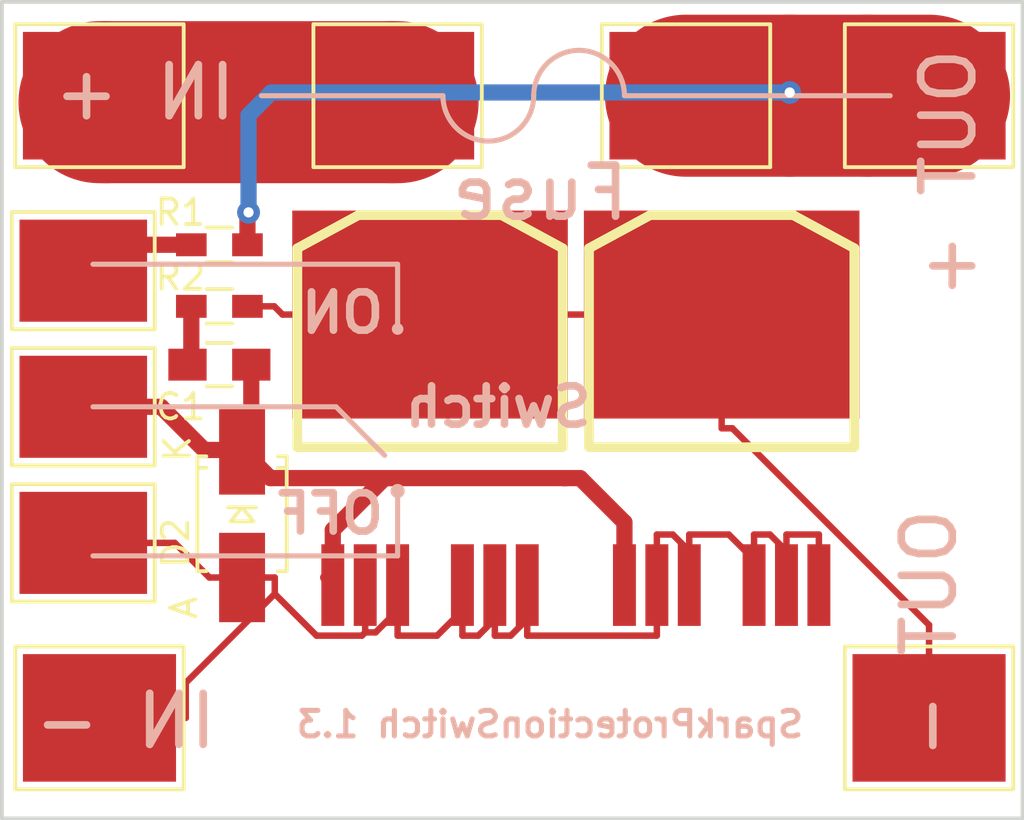
<source format=kicad_pcb>
(kicad_pcb (version 20171130) (host pcbnew "(5.1.12)-1")

  (general
    (thickness 1.6)
    (drawings 25)
    (tracks 104)
    (zones 0)
    (modules 15)
    (nets 8)
  )

  (page A4)
  (layers
    (0 F.Cu signal)
    (31 B.Cu signal)
    (32 B.Adhes user)
    (33 F.Adhes user)
    (34 B.Paste user)
    (35 F.Paste user)
    (36 B.SilkS user)
    (37 F.SilkS user)
    (38 B.Mask user)
    (39 F.Mask user)
    (40 Dwgs.User user)
    (41 Cmts.User user)
    (42 Eco1.User user)
    (43 Eco2.User user)
    (44 Edge.Cuts user)
  )

  (setup
    (last_trace_width 0.254)
    (user_trace_width 0.3048)
    (user_trace_width 0.4064)
    (user_trace_width 0.635)
    (user_trace_width 1.27)
    (user_trace_width 2.286)
    (user_trace_width 3.81)
    (user_trace_width 5.08)
    (user_trace_width 6.35)
    (trace_clearance 0.254)
    (zone_clearance 0.508)
    (zone_45_only no)
    (trace_min 0.254)
    (via_size 0.889)
    (via_drill 0.4)
    (via_min_size 0.889)
    (via_min_drill 0.4)
    (uvia_size 0.508)
    (uvia_drill 0.127)
    (uvias_allowed no)
    (uvia_min_size 0.508)
    (uvia_min_drill 0.127)
    (edge_width 0.15)
    (segment_width 0.2)
    (pcb_text_width 0.3)
    (pcb_text_size 1 1)
    (mod_edge_width 0.15)
    (mod_text_size 1 1)
    (mod_text_width 0.15)
    (pad_size 3.50012 1.80086)
    (pad_drill 0)
    (pad_to_mask_clearance 0)
    (aux_axis_origin 0 0)
    (visible_elements 7FFFFFFF)
    (pcbplotparams
      (layerselection 0x010f0_80000001)
      (usegerberextensions true)
      (usegerberattributes true)
      (usegerberadvancedattributes true)
      (creategerberjobfile true)
      (excludeedgelayer true)
      (linewidth 0.100000)
      (plotframeref false)
      (viasonmask false)
      (mode 1)
      (useauxorigin false)
      (hpglpennumber 1)
      (hpglpenspeed 20)
      (hpglpendiameter 15.000000)
      (psnegative false)
      (psa4output false)
      (plotreference true)
      (plotvalue false)
      (plotinvisibletext false)
      (padsonsilk false)
      (subtractmaskfromsilk true)
      (outputformat 1)
      (mirror false)
      (drillshape 0)
      (scaleselection 1)
      (outputdirectory "Gerber"))
  )

  (net 0 "")
  (net 1 "Net-(C1-Pad1)")
  (net 2 "Net-(C1-Pad2)")
  (net 3 "Net-(P1-Pad1)")
  (net 4 "Net-(P3-Pad1)")
  (net 5 "Net-(P5-Pad1)")
  (net 6 "Net-(P4-Pad1)")
  (net 7 "Net-(D2-Pad1)")

  (net_class Default "This is the default net class."
    (clearance 0.254)
    (trace_width 0.254)
    (via_dia 0.889)
    (via_drill 0.4)
    (uvia_dia 0.508)
    (uvia_drill 0.127)
    (add_net "Net-(C1-Pad1)")
    (add_net "Net-(C1-Pad2)")
    (add_net "Net-(D2-Pad1)")
    (add_net "Net-(P1-Pad1)")
    (add_net "Net-(P3-Pad1)")
    (add_net "Net-(P4-Pad1)")
    (add_net "Net-(P5-Pad1)")
  )

  (module Diodes_SMD:Diode-SMA_Handsoldering (layer F.Cu) (tedit 55D5AEF2) (tstamp 55BF524A)
    (at 121.412 91.059 270)
    (descr "Diode SMA Handsoldering")
    (tags "Diode SMA Handsoldering")
    (path /55A12D05)
    (attr smd)
    (fp_text reference D2 (at 1.143 2.6035 270) (layer F.SilkS)
      (effects (font (size 1 1) (thickness 0.15)))
    )
    (fp_text value ZENERsmall (at 0.05 4.4 270) (layer F.Fab) hide
      (effects (font (size 1 1) (thickness 0.15)))
    )
    (fp_line (start -2.25044 -1.75006) (end 2.25044 -1.75006) (layer F.SilkS) (width 0.15))
    (fp_line (start -2.25044 1.75006) (end 2.25044 1.75006) (layer F.SilkS) (width 0.15))
    (fp_line (start 2.25044 -1.75006) (end 2.25044 -1.39954) (layer F.SilkS) (width 0.15))
    (fp_line (start -2.25044 -1.75006) (end -2.25044 -1.39954) (layer F.SilkS) (width 0.15))
    (fp_line (start -2.25044 1.75006) (end -2.25044 1.39954) (layer F.SilkS) (width 0.15))
    (fp_line (start 2.25044 1.75006) (end 2.25044 1.39954) (layer F.SilkS) (width 0.15))
    (fp_line (start -1.79914 -1.75006) (end -1.79914 -1.39954) (layer F.SilkS) (width 0.15))
    (fp_line (start -1.79914 1.75006) (end -1.79914 1.39954) (layer F.SilkS) (width 0.15))
    (fp_line (start -0.25 -0.55) (end -0.25 0.55) (layer F.SilkS) (width 0.15))
    (fp_line (start 0.3 0.45) (end -0.25 0) (layer F.SilkS) (width 0.15))
    (fp_line (start 0.3 -0.45) (end 0.3 0.45) (layer F.SilkS) (width 0.15))
    (fp_line (start -0.25 0) (end 0.3 -0.45) (layer F.SilkS) (width 0.15))
    (fp_line (start -4.5 2) (end -4.5 -2) (layer F.CrtYd) (width 0.05))
    (fp_line (start 4.5 2) (end -4.5 2) (layer F.CrtYd) (width 0.05))
    (fp_line (start 4.5 -2) (end 4.5 2) (layer F.CrtYd) (width 0.05))
    (fp_line (start -4.5 -2) (end 4.5 -2) (layer F.CrtYd) (width 0.05))
    (fp_text user K (at -2.54 2.54 270) (layer F.SilkS)
      (effects (font (size 1 1) (thickness 0.15)))
    )
    (fp_text user A (at 3.683 2.286 270) (layer F.SilkS)
      (effects (font (size 1 1) (thickness 0.15)))
    )
    (pad 2 smd rect (at -2.49936 0 270) (size 3.50012 1.80086) (layers F.Cu F.Paste F.Mask)
      (net 2 "Net-(C1-Pad2)"))
    (pad 1 smd rect (at 2.49936 0 270) (size 3.50012 1.80086) (layers F.Cu F.Paste F.Mask)
      (net 7 "Net-(D2-Pad1)"))
    (model Diodes_SMD.3dshapes/Diode-SMA_Handsoldering.wrl
      (at (xyz 0 0 0))
      (scale (xyz 0.3937 0.3937 0.3937))
      (rotate (xyz 0 0 180))
    )
  )

  (module CRF1:1PAD_6x5mm (layer F.Cu) (tedit 55BF5775) (tstamp 5395D21F)
    (at 115.824 74.676)
    (path /5394BBA4)
    (fp_text reference P1 (at 0 -4.3 90) (layer F.SilkS) hide
      (effects (font (size 1.524 1.524) (thickness 0.3048)))
    )
    (fp_text value IN+ (at 0 4) (layer F.SilkS) hide
      (effects (font (size 1.524 1.524) (thickness 0.3048)))
    )
    (fp_line (start -3.3 2.8) (end -3.3 -2.8) (layer F.SilkS) (width 0.15))
    (fp_line (start 3.3 2.8) (end -3.3 2.8) (layer F.SilkS) (width 0.15))
    (fp_line (start 3.3 -2.8) (end 3.3 2.8) (layer F.SilkS) (width 0.15))
    (fp_line (start -3.3 -2.8) (end 3.3 -2.8) (layer F.SilkS) (width 0.15))
    (pad 1 smd rect (at 0 0) (size 6 5) (layers F.Cu F.Paste F.Mask)
      (net 3 "Net-(P1-Pad1)"))
  )

  (module CRF1:1PAD_6x5mm (layer F.Cu) (tedit 55BF5784) (tstamp 5395D224)
    (at 115.824 99.06)
    (path /5394BB57)
    (fp_text reference P2 (at 0 -4.3 90) (layer F.SilkS) hide
      (effects (font (size 1.524 1.524) (thickness 0.3048)))
    )
    (fp_text value IN- (at 0 4) (layer F.SilkS) hide
      (effects (font (size 1.524 1.524) (thickness 0.3048)))
    )
    (fp_line (start -3.3 2.8) (end -3.3 -2.8) (layer F.SilkS) (width 0.15))
    (fp_line (start 3.3 2.8) (end -3.3 2.8) (layer F.SilkS) (width 0.15))
    (fp_line (start 3.3 -2.8) (end 3.3 2.8) (layer F.SilkS) (width 0.15))
    (fp_line (start -3.3 -2.8) (end 3.3 -2.8) (layer F.SilkS) (width 0.15))
    (pad 1 smd rect (at 0 0) (size 6 5) (layers F.Cu F.Paste F.Mask)
      (net 7 "Net-(D2-Pad1)"))
  )

  (module CRF1:1PAD_6x5mm (layer F.Cu) (tedit 55BF577B) (tstamp 5395D22F)
    (at 148.336 74.676)
    (path /5394BBF2)
    (fp_text reference P4 (at 0 -4.3 90) (layer F.SilkS) hide
      (effects (font (size 1.524 1.524) (thickness 0.3048)))
    )
    (fp_text value OUT+ (at 0 4) (layer F.SilkS) hide
      (effects (font (size 1.524 1.524) (thickness 0.3048)))
    )
    (fp_line (start -3.3 2.8) (end -3.3 -2.8) (layer F.SilkS) (width 0.15))
    (fp_line (start 3.3 2.8) (end -3.3 2.8) (layer F.SilkS) (width 0.15))
    (fp_line (start 3.3 -2.8) (end 3.3 2.8) (layer F.SilkS) (width 0.15))
    (fp_line (start -3.3 -2.8) (end 3.3 -2.8) (layer F.SilkS) (width 0.15))
    (pad 1 smd rect (at 0 0) (size 6 5) (layers F.Cu F.Paste F.Mask)
      (net 6 "Net-(P4-Pad1)"))
  )

  (module CRF1:1PAD_6x5mm (layer F.Cu) (tedit 55BF5780) (tstamp 5395D234)
    (at 148.336 99.06)
    (path /5394BB22)
    (fp_text reference P5 (at 0 -4.3 90) (layer F.SilkS) hide
      (effects (font (size 1.524 1.524) (thickness 0.3048)))
    )
    (fp_text value OUT- (at 0 4) (layer F.SilkS) hide
      (effects (font (size 1.524 1.524) (thickness 0.3048)))
    )
    (fp_line (start -3.3 2.8) (end -3.3 -2.8) (layer F.SilkS) (width 0.15))
    (fp_line (start 3.3 2.8) (end -3.3 2.8) (layer F.SilkS) (width 0.15))
    (fp_line (start 3.3 -2.8) (end 3.3 2.8) (layer F.SilkS) (width 0.15))
    (fp_line (start -3.3 -2.8) (end 3.3 -2.8) (layer F.SilkS) (width 0.15))
    (pad 1 smd rect (at 0 0) (size 6 5) (layers F.Cu F.Paste F.Mask)
      (net 5 "Net-(P5-Pad1)"))
  )

  (module CRF1:D2PAK-7-GDS (layer F.Cu) (tedit 55BF5792) (tstamp 5395D23F)
    (at 128.778 89.154)
    (path /5394B8C1)
    (fp_text reference Q1 (at 0 8.19912) (layer F.SilkS) hide
      (effects (font (size 1.524 1.524) (thickness 0.3048)))
    )
    (fp_text value IRFS7530 (at 0 -11.50112) (layer F.SilkS) hide
      (effects (font (size 1.524 1.524) (thickness 0.3048)))
    )
    (fp_line (start 5.19938 -8.49884) (end 5.19938 -0.70104) (layer F.SilkS) (width 0.381))
    (fp_line (start 2.79908 -9.79932) (end 5.19938 -8.49884) (layer F.SilkS) (width 0.381))
    (fp_line (start -2.79908 -9.79932) (end 2.79908 -9.79932) (layer F.SilkS) (width 0.381))
    (fp_line (start -5.19938 -8.49884) (end -2.79908 -9.79932) (layer F.SilkS) (width 0.381))
    (fp_line (start -5.19938 -0.70104) (end -5.19938 -8.49884) (layer F.SilkS) (width 0.381))
    (fp_line (start 5.19938 -0.70104) (end -5.19938 -0.70104) (layer F.SilkS) (width 0.381))
    (pad D smd rect (at 0 -5.90042) (size 10.80008 8.15086) (layers F.Cu F.Paste F.Mask)
      (net 5 "Net-(P5-Pad1)"))
    (pad G smd rect (at -3.81 4.70154) (size 0.89916 3.2004) (layers F.Cu F.Paste F.Mask)
      (net 2 "Net-(C1-Pad2)"))
    (pad S smd rect (at -2.54 4.70154) (size 0.89916 3.2004) (layers F.Cu F.Paste F.Mask)
      (net 7 "Net-(D2-Pad1)"))
    (pad S smd rect (at -1.27 4.70154) (size 0.89916 3.2004) (layers F.Cu F.Paste F.Mask)
      (net 7 "Net-(D2-Pad1)"))
    (pad S smd rect (at 1.27 4.70154) (size 0.89916 3.2004) (layers F.Cu F.Paste F.Mask)
      (net 7 "Net-(D2-Pad1)"))
    (pad S smd rect (at 2.54 4.70154) (size 0.89916 3.2004) (layers F.Cu F.Paste F.Mask)
      (net 7 "Net-(D2-Pad1)"))
    (pad S smd rect (at 3.81 4.70154) (size 0.89916 3.2004) (layers F.Cu F.Paste F.Mask)
      (net 7 "Net-(D2-Pad1)"))
  )

  (module CRF1:D2PAK-7-GDS (layer F.Cu) (tedit 55BF5794) (tstamp 5395D24A)
    (at 140.208 89.154)
    (path /5394B839)
    (fp_text reference Q2 (at 0 8.19912) (layer F.SilkS) hide
      (effects (font (size 1.524 1.524) (thickness 0.3048)))
    )
    (fp_text value IRFS7530 (at 0 -11.50112) (layer F.SilkS) hide
      (effects (font (size 1.524 1.524) (thickness 0.3048)))
    )
    (fp_line (start 5.19938 -8.49884) (end 5.19938 -0.70104) (layer F.SilkS) (width 0.381))
    (fp_line (start 2.79908 -9.79932) (end 5.19938 -8.49884) (layer F.SilkS) (width 0.381))
    (fp_line (start -2.79908 -9.79932) (end 2.79908 -9.79932) (layer F.SilkS) (width 0.381))
    (fp_line (start -5.19938 -8.49884) (end -2.79908 -9.79932) (layer F.SilkS) (width 0.381))
    (fp_line (start -5.19938 -0.70104) (end -5.19938 -8.49884) (layer F.SilkS) (width 0.381))
    (fp_line (start 5.19938 -0.70104) (end -5.19938 -0.70104) (layer F.SilkS) (width 0.381))
    (pad D smd rect (at 0 -5.90042) (size 10.80008 8.15086) (layers F.Cu F.Paste F.Mask)
      (net 5 "Net-(P5-Pad1)"))
    (pad G smd rect (at -3.81 4.70154) (size 0.89916 3.2004) (layers F.Cu F.Paste F.Mask)
      (net 2 "Net-(C1-Pad2)"))
    (pad S smd rect (at -2.54 4.70154) (size 0.89916 3.2004) (layers F.Cu F.Paste F.Mask)
      (net 7 "Net-(D2-Pad1)"))
    (pad S smd rect (at -1.27 4.70154) (size 0.89916 3.2004) (layers F.Cu F.Paste F.Mask)
      (net 7 "Net-(D2-Pad1)"))
    (pad S smd rect (at 1.27 4.70154) (size 0.89916 3.2004) (layers F.Cu F.Paste F.Mask)
      (net 7 "Net-(D2-Pad1)"))
    (pad S smd rect (at 2.54 4.70154) (size 0.89916 3.2004) (layers F.Cu F.Paste F.Mask)
      (net 7 "Net-(D2-Pad1)"))
    (pad S smd rect (at 3.81 4.70154) (size 0.89916 3.2004) (layers F.Cu F.Paste F.Mask)
      (net 7 "Net-(D2-Pad1)"))
  )

  (module CRF1:1PAD_4x5mm (layer F.Cu) (tedit 55BF5789) (tstamp 55A12D93)
    (at 115.189 86.868 90)
    (path /55A14A13)
    (fp_text reference P7 (at 0 -4.3 180) (layer F.SilkS) hide
      (effects (font (size 1.524 1.524) (thickness 0.3048)))
    )
    (fp_text value 12V_SW (at 0 4 90) (layer F.SilkS) hide
      (effects (font (size 1.524 1.524) (thickness 0.3048)))
    )
    (fp_line (start -2.3 2.8) (end -2.3 -2.8) (layer F.SilkS) (width 0.15))
    (fp_line (start 2.3 2.8) (end -2.3 2.8) (layer F.SilkS) (width 0.15))
    (fp_line (start 2.3 -2.8) (end 2.3 2.8) (layer F.SilkS) (width 0.15))
    (fp_line (start -2.3 -2.8) (end 2.3 -2.8) (layer F.SilkS) (width 0.15))
    (pad 1 smd rect (at 0 0 90) (size 4 5) (layers F.Cu F.Paste F.Mask)
      (net 2 "Net-(C1-Pad2)"))
  )

  (module CRF1:1PAD_4x5mm (layer F.Cu) (tedit 55BF5787) (tstamp 55A12D98)
    (at 115.189 92.202 90)
    (path /55A14A98)
    (fp_text reference P8 (at 0 -4.3 180) (layer F.SilkS) hide
      (effects (font (size 1.524 1.524) (thickness 0.3048)))
    )
    (fp_text value 12V_SW (at 0 4 90) (layer F.SilkS) hide
      (effects (font (size 1.524 1.524) (thickness 0.3048)))
    )
    (fp_line (start -2.3 2.8) (end -2.3 -2.8) (layer F.SilkS) (width 0.15))
    (fp_line (start 2.3 2.8) (end -2.3 2.8) (layer F.SilkS) (width 0.15))
    (fp_line (start 2.3 -2.8) (end 2.3 2.8) (layer F.SilkS) (width 0.15))
    (fp_line (start -2.3 -2.8) (end 2.3 -2.8) (layer F.SilkS) (width 0.15))
    (pad 1 smd rect (at 0 0 90) (size 4 5) (layers F.Cu F.Paste F.Mask)
      (net 7 "Net-(D2-Pad1)"))
  )

  (module CRF1:1PAD_4x5mm (layer F.Cu) (tedit 55BF578D) (tstamp 55A12E13)
    (at 115.189 81.534 90)
    (path /55A147BF)
    (fp_text reference P3 (at 0 -4.3 180) (layer F.SilkS) hide
      (effects (font (size 1.524 1.524) (thickness 0.3048)))
    )
    (fp_text value SW (at 0 4 90) (layer F.SilkS) hide
      (effects (font (size 1.524 1.524) (thickness 0.3048)))
    )
    (fp_line (start -2.3 2.8) (end -2.3 -2.8) (layer F.SilkS) (width 0.15))
    (fp_line (start 2.3 2.8) (end -2.3 2.8) (layer F.SilkS) (width 0.15))
    (fp_line (start 2.3 -2.8) (end 2.3 2.8) (layer F.SilkS) (width 0.15))
    (fp_line (start -2.3 -2.8) (end 2.3 -2.8) (layer F.SilkS) (width 0.15))
    (pad 1 smd rect (at 0 0 90) (size 4 5) (layers F.Cu F.Paste F.Mask)
      (net 4 "Net-(P3-Pad1)"))
  )

  (module Resistors_SMD:R_0603_HandSoldering (layer F.Cu) (tedit 55D5B030) (tstamp 55A12E17)
    (at 120.523 80.518 180)
    (descr "Resistor SMD 0603, hand soldering")
    (tags "resistor 0603")
    (path /5394B9EE)
    (attr smd)
    (fp_text reference R1 (at 1.524 1.27 180) (layer F.SilkS)
      (effects (font (size 1 1) (thickness 0.15)))
    )
    (fp_text value 1M (at 0 1.9 180) (layer F.SilkS) hide
      (effects (font (size 1 1) (thickness 0.15)))
    )
    (fp_line (start -0.5 -0.675) (end 0.5 -0.675) (layer F.SilkS) (width 0.15))
    (fp_line (start 0.5 0.675) (end -0.5 0.675) (layer F.SilkS) (width 0.15))
    (fp_line (start 2 -0.8) (end 2 0.8) (layer F.CrtYd) (width 0.05))
    (fp_line (start -2 -0.8) (end -2 0.8) (layer F.CrtYd) (width 0.05))
    (fp_line (start -2 0.8) (end 2 0.8) (layer F.CrtYd) (width 0.05))
    (fp_line (start -2 -0.8) (end 2 -0.8) (layer F.CrtYd) (width 0.05))
    (pad 1 smd rect (at -1.1 0 180) (size 1.2 0.9) (layers F.Cu F.Paste F.Mask)
      (net 6 "Net-(P4-Pad1)"))
    (pad 2 smd rect (at 1.1 0 180) (size 1.2 0.9) (layers F.Cu F.Paste F.Mask)
      (net 4 "Net-(P3-Pad1)"))
    (model Resistors_SMD.3dshapes/R_0603_HandSoldering.wrl
      (at (xyz 0 0 0))
      (scale (xyz 1 1 1))
      (rotate (xyz 0 0 0))
    )
  )

  (module Resistors_SMD:R_0603_HandSoldering (layer F.Cu) (tedit 55D5B031) (tstamp 55A12E1C)
    (at 120.523 82.931 180)
    (descr "Resistor SMD 0603, hand soldering")
    (tags "resistor 0603")
    (path /5394B921)
    (attr smd)
    (fp_text reference R2 (at 1.524 1.143 180) (layer F.SilkS)
      (effects (font (size 1 1) (thickness 0.15)))
    )
    (fp_text value 1k (at 0 1.9 180) (layer F.SilkS) hide
      (effects (font (size 1 1) (thickness 0.15)))
    )
    (fp_line (start -0.5 -0.675) (end 0.5 -0.675) (layer F.SilkS) (width 0.15))
    (fp_line (start 0.5 0.675) (end -0.5 0.675) (layer F.SilkS) (width 0.15))
    (fp_line (start 2 -0.8) (end 2 0.8) (layer F.CrtYd) (width 0.05))
    (fp_line (start -2 -0.8) (end -2 0.8) (layer F.CrtYd) (width 0.05))
    (fp_line (start -2 0.8) (end 2 0.8) (layer F.CrtYd) (width 0.05))
    (fp_line (start -2 -0.8) (end 2 -0.8) (layer F.CrtYd) (width 0.05))
    (pad 1 smd rect (at -1.1 0 180) (size 1.2 0.9) (layers F.Cu F.Paste F.Mask)
      (net 5 "Net-(P5-Pad1)"))
    (pad 2 smd rect (at 1.1 0 180) (size 1.2 0.9) (layers F.Cu F.Paste F.Mask)
      (net 1 "Net-(C1-Pad1)"))
    (model Resistors_SMD.3dshapes/R_0603_HandSoldering.wrl
      (at (xyz 0 0 0))
      (scale (xyz 1 1 1))
      (rotate (xyz 0 0 0))
    )
  )

  (module CRF1:1PAD_6x5mm (layer F.Cu) (tedit 55BF686A) (tstamp 55BF6864)
    (at 127.508 74.676)
    (path /55BF6959)
    (fp_text reference P6 (at 0 -4.3 90) (layer F.SilkS) hide
      (effects (font (size 1.524 1.524) (thickness 0.3048)))
    )
    (fp_text value FUSE_A (at 0 4) (layer F.SilkS) hide
      (effects (font (size 1.524 1.524) (thickness 0.3048)))
    )
    (fp_line (start -3.3 2.8) (end -3.3 -2.8) (layer F.SilkS) (width 0.15))
    (fp_line (start 3.3 2.8) (end -3.3 2.8) (layer F.SilkS) (width 0.15))
    (fp_line (start 3.3 -2.8) (end 3.3 2.8) (layer F.SilkS) (width 0.15))
    (fp_line (start -3.3 -2.8) (end 3.3 -2.8) (layer F.SilkS) (width 0.15))
    (pad 1 smd rect (at 0 0) (size 6 5) (layers F.Cu F.Paste F.Mask)
      (net 3 "Net-(P1-Pad1)"))
  )

  (module CRF1:1PAD_6x5mm (layer F.Cu) (tedit 55BF686D) (tstamp 55BF6869)
    (at 138.811 74.676)
    (path /55BF68E3)
    (fp_text reference P9 (at 0 -4.3 90) (layer F.SilkS) hide
      (effects (font (size 1.524 1.524) (thickness 0.3048)))
    )
    (fp_text value FUSE_B (at 0 4) (layer F.SilkS) hide
      (effects (font (size 1.524 1.524) (thickness 0.3048)))
    )
    (fp_line (start -3.3 2.8) (end -3.3 -2.8) (layer F.SilkS) (width 0.15))
    (fp_line (start 3.3 2.8) (end -3.3 2.8) (layer F.SilkS) (width 0.15))
    (fp_line (start 3.3 -2.8) (end 3.3 2.8) (layer F.SilkS) (width 0.15))
    (fp_line (start -3.3 -2.8) (end 3.3 -2.8) (layer F.SilkS) (width 0.15))
    (pad 1 smd rect (at 0 0) (size 6 5) (layers F.Cu F.Paste F.Mask)
      (net 6 "Net-(P4-Pad1)"))
  )

  (module Capacitors_SMD:C_0805_HandSoldering (layer F.Cu) (tedit 55D5B120) (tstamp 55D5ADA3)
    (at 120.523 85.217)
    (descr "Capacitor SMD 0805, hand soldering")
    (tags "capacitor 0805")
    (path /5394B9AA)
    (attr smd)
    (fp_text reference C1 (at -1.524 1.651 180) (layer F.SilkS)
      (effects (font (size 1 1) (thickness 0.15)))
    )
    (fp_text value 1u/100V (at 0 2.1) (layer F.Fab) hide
      (effects (font (size 1 1) (thickness 0.15)))
    )
    (fp_line (start -0.5 0.85) (end 0.5 0.85) (layer F.SilkS) (width 0.15))
    (fp_line (start 0.5 -0.85) (end -0.5 -0.85) (layer F.SilkS) (width 0.15))
    (fp_line (start 2.3 -1) (end 2.3 1) (layer F.CrtYd) (width 0.05))
    (fp_line (start -2.3 -1) (end -2.3 1) (layer F.CrtYd) (width 0.05))
    (fp_line (start -2.3 1) (end 2.3 1) (layer F.CrtYd) (width 0.05))
    (fp_line (start -2.3 -1) (end 2.3 -1) (layer F.CrtYd) (width 0.05))
    (pad 1 smd rect (at -1.25 0) (size 1.5 1.25) (layers F.Cu F.Paste F.Mask)
      (net 1 "Net-(C1-Pad1)"))
    (pad 2 smd rect (at 1.25 0) (size 1.5 1.25) (layers F.Cu F.Paste F.Mask)
      (net 2 "Net-(C1-Pad2)"))
    (model Capacitors_SMD.3dshapes/C_0805_HandSoldering.wrl
      (at (xyz 0 0 0))
      (scale (xyz 1 1 1))
      (rotate (xyz 0 0 0))
    )
  )

  (gr_text OFF (at 124.841 91.059) (layer B.SilkS)
    (effects (font (size 1.5 1.5) (thickness 0.3)) (justify mirror))
  )
  (gr_text ON (at 125.349 83.185) (layer B.SilkS)
    (effects (font (size 1.5 1.5) (thickness 0.3)) (justify mirror))
  )
  (gr_text "SparkProtectionSwitch 1.3" (at 133.477 99.314) (layer B.SilkS)
    (effects (font (size 1 1) (thickness 0.2)) (justify mirror))
  )
  (gr_text Fuse (at 133.096 78.486) (layer B.SilkS)
    (effects (font (size 2 2) (thickness 0.3)) (justify mirror))
  )
  (gr_text Switch (at 131.445 86.868) (layer B.SilkS)
    (effects (font (size 1.5 1.5) (thickness 0.3)) (justify mirror))
  )
  (gr_text "OUT -" (at 148.336 95.758 90) (layer B.SilkS)
    (effects (font (size 2 2) (thickness 0.3)) (justify mirror))
  )
  (gr_text "OUT +" (at 149.098 77.724 90) (layer B.SilkS)
    (effects (font (size 2 2) (thickness 0.3)) (justify mirror))
  )
  (gr_text "IN -" (at 116.84 99.187) (layer B.SilkS)
    (effects (font (size 2 2) (thickness 0.3)) (justify mirror))
  )
  (gr_text "IN +" (at 117.602 74.549) (layer B.SilkS)
    (effects (font (size 2 2) (thickness 0.3)) (justify mirror))
  )
  (gr_circle (center 127.508 90.17) (end 127.635 90.043) (layer B.SilkS) (width 0.2))
  (gr_circle (center 127.508 83.82) (end 127.508 83.947) (layer B.SilkS) (width 0.2))
  (gr_line (start 127.508 81.28) (end 127.508 83.82) (angle 90) (layer B.SilkS) (width 0.2))
  (gr_line (start 127.508 92.71) (end 127.508 90.17) (angle 90) (layer B.SilkS) (width 0.2))
  (gr_line (start 125.095 86.868) (end 127 88.773) (angle 90) (layer B.SilkS) (width 0.2))
  (gr_line (start 115.57 86.868) (end 125.095 86.868) (angle 90) (layer B.SilkS) (width 0.2))
  (gr_line (start 127.508 81.28) (end 115.57 81.28) (angle 90) (layer B.SilkS) (width 0.2))
  (gr_line (start 112 103) (end 112 71) (angle 90) (layer Edge.Cuts) (width 0.15))
  (gr_line (start 152 103) (end 112 103) (angle 90) (layer Edge.Cuts) (width 0.15))
  (gr_line (start 152 71) (end 152 103) (angle 90) (layer Edge.Cuts) (width 0.15))
  (gr_line (start 112 71) (end 152 71) (angle 90) (layer Edge.Cuts) (width 0.15))
  (gr_line (start 129.286 74.676) (end 122.174 74.676) (angle 90) (layer B.SilkS) (width 0.2))
  (gr_line (start 136.398 74.676) (end 146.812 74.676) (angle 90) (layer B.SilkS) (width 0.2))
  (gr_line (start 115.57 92.71) (end 127.508 92.71) (angle 90) (layer B.SilkS) (width 0.2))
  (gr_arc (start 131.064 74.676) (end 132.842 74.676) (angle 180) (layer B.SilkS) (width 0.2))
  (gr_arc (start 134.62 74.676) (end 132.842 74.676) (angle 180) (layer B.SilkS) (width 0.2))

  (segment (start 119.423 82.931) (end 119.423 85.067) (width 0.635) (layer F.Cu) (net 1))
  (segment (start 119.423 85.067) (end 119.273 85.217) (width 0.635) (layer F.Cu) (net 1))
  (segment (start 116.373 86.868) (end 115.908 86.403) (width 0.254) (layer F.Cu) (net 2))
  (segment (start 121.412 88.5596) (end 119.929 88.5596) (width 0.635) (layer F.Cu) (net 2))
  (segment (start 119.929 88.5596) (end 118.237 86.868) (width 0.635) (layer F.Cu) (net 2))
  (segment (start 118.237 86.868) (end 116.373 86.868) (width 0.635) (layer F.Cu) (net 2))
  (segment (start 116.373 86.868) (end 115.189 86.868) (width 0.635) (layer F.Cu) (net 2))
  (segment (start 127.381 89.662) (end 134 89.662) (width 0.635) (layer F.Cu) (net 2))
  (segment (start 127 89.662) (end 127.381 89.662) (width 0.635) (layer F.Cu) (net 2))
  (segment (start 127 89.662) (end 122.514 89.662) (width 0.635) (layer F.Cu) (net 2))
  (segment (start 122.514 89.662) (end 121.412 88.5596) (width 0.635) (layer F.Cu) (net 2))
  (segment (start 127.381 89.662) (end 127 89.662) (width 0.635) (layer F.Cu) (net 2))
  (segment (start 134.112 89.662) (end 134.662 89.662) (width 0.635) (layer F.Cu) (net 2))
  (segment (start 134.662 89.662) (end 136.398 91.398) (width 0.635) (layer F.Cu) (net 2))
  (segment (start 136.398 91.398) (end 136.398 93.8555) (width 0.635) (layer F.Cu) (net 2))
  (segment (start 134 89.662) (end 134.112 89.662) (width 0.635) (layer F.Cu) (net 2))
  (segment (start 115.908 86.403) (end 115.189 87.122) (width 0.635) (layer F.Cu) (net 2))
  (segment (start 124.671 93.5584) (end 124.968 93.8555) (width 0.4064) (layer F.Cu) (net 2))
  (segment (start 124.968 93.8555) (end 124.968 91.694) (width 0.635) (layer F.Cu) (net 2))
  (segment (start 124.968 91.694) (end 127 89.662) (width 0.635) (layer F.Cu) (net 2))
  (segment (start 134 89.662) (end 134.112 89.662) (width 0.635) (layer F.Cu) (net 2))
  (segment (start 121.773 85.217) (end 121.773 88.1986) (width 0.635) (layer F.Cu) (net 2))
  (segment (start 121.773 88.1986) (end 121.412 88.5596) (width 0.635) (layer F.Cu) (net 2))
  (segment (start 116.078 74.93) (end 115.824 74.676) (width 0.254) (layer F.Cu) (net 3))
  (segment (start 116.078 74.93) (end 127.254 74.93) (width 6.35) (layer F.Cu) (net 3))
  (segment (start 115.824 74.93) (end 116.078 74.93) (width 6.35) (layer F.Cu) (net 3))
  (segment (start 127.254 74.93) (end 127.508 74.676) (width 0.254) (layer F.Cu) (net 3))
  (segment (start 127.254 74.93) (end 127.508 74.93) (width 6.35) (layer F.Cu) (net 3))
  (segment (start 115.4645 81.2585) (end 115.189 81.534) (width 0.635) (layer F.Cu) (net 4))
  (segment (start 119.423 80.518) (end 116.205 80.518) (width 0.635) (layer F.Cu) (net 4))
  (segment (start 116.205 80.518) (end 115.4645 81.2585) (width 0.635) (layer F.Cu) (net 4))
  (segment (start 115.5915 81.3855) (end 115.189 81.788) (width 0.635) (layer F.Cu) (net 4))
  (segment (start 115.994 80.983) (end 115.5915 81.3855) (width 0.635) (layer F.Cu) (net 4))
  (segment (start 115.5915 81.3855) (end 115.4645 81.2585) (width 0.254) (layer F.Cu) (net 4))
  (segment (start 140.208 83.2536) (end 140.208 87.7101) (width 0.254) (layer F.Cu) (net 5))
  (segment (start 140.208 87.7101) (end 140.6258 87.7101) (width 0.254) (layer F.Cu) (net 5))
  (segment (start 140.6258 87.7101) (end 148.336 95.4203) (width 0.254) (layer F.Cu) (net 5))
  (segment (start 148.336 95.4203) (end 148.336 99.06) (width 0.254) (layer F.Cu) (net 5))
  (segment (start 140.208 83.2536) (end 128.778 83.2536) (width 0.254) (layer F.Cu) (net 5))
  (segment (start 128.778 83.2536) (end 122.9969 83.2536) (width 0.254) (layer F.Cu) (net 5))
  (segment (start 121.623 82.931) (end 122.6743 82.931) (width 0.254) (layer F.Cu) (net 5))
  (segment (start 122.6743 82.931) (end 122.9969 83.2536) (width 0.254) (layer F.Cu) (net 5))
  (segment (start 145.923 74.676) (end 148.336 74.676) (width 6.35) (layer F.Cu) (net 6))
  (segment (start 142.875 74.676) (end 145.923 74.676) (width 6.35) (layer F.Cu) (net 6))
  (segment (start 145.923 74.676) (end 148.336 74.676) (width 0.635) (layer F.Cu) (net 6))
  (segment (start 121.623 80.518) (end 121.623 79.291) (width 0.635) (layer F.Cu) (net 6))
  (segment (start 121.623 79.291) (end 121.666 79.248) (width 0.635) (layer F.Cu) (net 6))
  (segment (start 121.666 79.248) (end 121.666 75.438) (width 0.635) (layer B.Cu) (net 6))
  (segment (start 121.666 75.438) (end 122.555 74.549) (width 0.635) (layer B.Cu) (net 6))
  (segment (start 122.555 74.549) (end 142.875 74.549) (width 0.635) (layer B.Cu) (net 6))
  (segment (start 142.875 74.549) (end 142.875 74.676) (width 0.635) (layer F.Cu) (net 6))
  (segment (start 138.811 74.676) (end 142.875 74.676) (width 6.35) (layer F.Cu) (net 6))
  (via (at 121.666 79.248) (size 0.889) (layers F.Cu B.Cu) (net 6))
  (via (at 142.875 74.549) (size 0.889) (layers F.Cu B.Cu) (net 6))
  (segment (start 115.824 99.06) (end 119.2051 99.06) (width 0.254) (layer F.Cu) (net 7))
  (segment (start 122.6935 94.1992) (end 122.6935 93.5584) (width 0.254) (layer F.Cu) (net 7))
  (segment (start 126.238 95.7097) (end 126.1109 95.8368) (width 0.254) (layer F.Cu) (net 7))
  (segment (start 126.1109 95.8368) (end 124.3311 95.8368) (width 0.254) (layer F.Cu) (net 7))
  (segment (start 124.3311 95.8368) (end 122.6935 94.1992) (width 0.254) (layer F.Cu) (net 7))
  (segment (start 119.2051 99.06) (end 119.2051 97.6876) (width 0.254) (layer F.Cu) (net 7))
  (segment (start 119.2051 97.6876) (end 122.6935 94.1992) (width 0.254) (layer F.Cu) (net 7))
  (segment (start 127.508 94.8461) (end 126.6444 95.7097) (width 0.254) (layer F.Cu) (net 7))
  (segment (start 126.6444 95.7097) (end 126.238 95.7097) (width 0.254) (layer F.Cu) (net 7))
  (segment (start 121.412 93.5584) (end 122.6935 93.5584) (width 0.254) (layer F.Cu) (net 7))
  (segment (start 126.238 93.8555) (end 126.238 95.7097) (width 0.254) (layer F.Cu) (net 7))
  (segment (start 127.508 94.8461) (end 127.508 95.8368) (width 0.254) (layer F.Cu) (net 7))
  (segment (start 127.508 93.8555) (end 127.508 94.8461) (width 0.254) (layer F.Cu) (net 7))
  (segment (start 130.048 94.8461) (end 129.0573 95.8368) (width 0.254) (layer F.Cu) (net 7))
  (segment (start 129.0573 95.8368) (end 127.508 95.8368) (width 0.254) (layer F.Cu) (net 7))
  (segment (start 130.048 94.8461) (end 130.048 95.8368) (width 0.254) (layer F.Cu) (net 7))
  (segment (start 130.048 93.8555) (end 130.048 94.8461) (width 0.254) (layer F.Cu) (net 7))
  (segment (start 131.318 94.8461) (end 131.318 95.1899) (width 0.254) (layer F.Cu) (net 7))
  (segment (start 131.318 95.1899) (end 130.6711 95.8368) (width 0.254) (layer F.Cu) (net 7))
  (segment (start 130.6711 95.8368) (end 130.048 95.8368) (width 0.254) (layer F.Cu) (net 7))
  (segment (start 131.318 94.8461) (end 131.318 95.8368) (width 0.254) (layer F.Cu) (net 7))
  (segment (start 131.318 93.8555) (end 131.318 94.8461) (width 0.254) (layer F.Cu) (net 7))
  (segment (start 132.588 94.8461) (end 132.588 95.1899) (width 0.254) (layer F.Cu) (net 7))
  (segment (start 132.588 95.1899) (end 131.9411 95.8368) (width 0.254) (layer F.Cu) (net 7))
  (segment (start 131.9411 95.8368) (end 131.318 95.8368) (width 0.254) (layer F.Cu) (net 7))
  (segment (start 132.588 94.8461) (end 132.588 95.8368) (width 0.254) (layer F.Cu) (net 7))
  (segment (start 132.588 93.8555) (end 132.588 94.8461) (width 0.254) (layer F.Cu) (net 7))
  (segment (start 137.668 93.8555) (end 137.668 95.8368) (width 0.254) (layer F.Cu) (net 7))
  (segment (start 137.668 95.8368) (end 132.588 95.8368) (width 0.254) (layer F.Cu) (net 7))
  (segment (start 137.668 92.8648) (end 137.668 93.8555) (width 0.254) (layer F.Cu) (net 7))
  (segment (start 137.668 92.8648) (end 137.668 91.8742) (width 0.254) (layer F.Cu) (net 7))
  (segment (start 138.938 92.8648) (end 138.938 92.5211) (width 0.254) (layer F.Cu) (net 7))
  (segment (start 138.938 92.5211) (end 138.2911 91.8742) (width 0.254) (layer F.Cu) (net 7))
  (segment (start 138.2911 91.8742) (end 137.668 91.8742) (width 0.254) (layer F.Cu) (net 7))
  (segment (start 138.938 92.8648) (end 138.938 91.8742) (width 0.254) (layer F.Cu) (net 7))
  (segment (start 138.938 93.8555) (end 138.938 92.8648) (width 0.254) (layer F.Cu) (net 7))
  (segment (start 141.478 92.8648) (end 140.4874 91.8742) (width 0.254) (layer F.Cu) (net 7))
  (segment (start 140.4874 91.8742) (end 138.938 91.8742) (width 0.254) (layer F.Cu) (net 7))
  (segment (start 141.478 92.8648) (end 141.478 91.8742) (width 0.254) (layer F.Cu) (net 7))
  (segment (start 141.478 93.8555) (end 141.478 92.8648) (width 0.254) (layer F.Cu) (net 7))
  (segment (start 142.748 92.8648) (end 142.748 92.5211) (width 0.254) (layer F.Cu) (net 7))
  (segment (start 142.748 92.5211) (end 142.1011 91.8742) (width 0.254) (layer F.Cu) (net 7))
  (segment (start 142.1011 91.8742) (end 141.478 91.8742) (width 0.254) (layer F.Cu) (net 7))
  (segment (start 142.748 92.8648) (end 142.748 91.8742) (width 0.254) (layer F.Cu) (net 7))
  (segment (start 142.748 93.8555) (end 142.748 92.8648) (width 0.254) (layer F.Cu) (net 7))
  (segment (start 144.018 93.8555) (end 144.018 91.8742) (width 0.254) (layer F.Cu) (net 7))
  (segment (start 144.018 91.8742) (end 142.748 91.8742) (width 0.254) (layer F.Cu) (net 7))
  (segment (start 121.412 93.5584) (end 120.1305 93.5584) (width 0.254) (layer F.Cu) (net 7))
  (segment (start 115.189 92.202) (end 118.7741 92.202) (width 0.254) (layer F.Cu) (net 7))
  (segment (start 118.7741 92.202) (end 120.1305 93.5584) (width 0.254) (layer F.Cu) (net 7))

)

</source>
